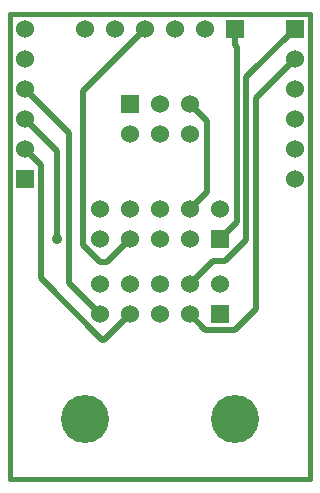
<source format=gbl>
G04 (created by PCBNEW-RS274X (2012-01-19 BZR 3256)-stable) date 07/10/2012 22:08:04*
G01*
G70*
G90*
%MOIN*%
G04 Gerber Fmt 3.4, Leading zero omitted, Abs format*
%FSLAX34Y34*%
G04 APERTURE LIST*
%ADD10C,0.006000*%
%ADD11C,0.015000*%
%ADD12C,0.160000*%
%ADD13R,0.060000X0.060000*%
%ADD14C,0.060000*%
%ADD15C,0.035000*%
%ADD16C,0.019800*%
G04 APERTURE END LIST*
G54D10*
G54D11*
X86000Y-40000D02*
X76000Y-40000D01*
X86000Y-55500D02*
X86000Y-40000D01*
X76000Y-55500D02*
X86000Y-55500D01*
X76000Y-40000D02*
X76000Y-55500D01*
G54D12*
X83500Y-53500D03*
X78500Y-53500D03*
G54D13*
X83000Y-47500D03*
G54D14*
X83000Y-46500D03*
X82000Y-47500D03*
X82000Y-46500D03*
X81000Y-47500D03*
X81000Y-46500D03*
X80000Y-47500D03*
X80000Y-46500D03*
X79000Y-47500D03*
X79000Y-46500D03*
G54D13*
X83000Y-50000D03*
G54D14*
X83000Y-49000D03*
X82000Y-50000D03*
X82000Y-49000D03*
X81000Y-50000D03*
X81000Y-49000D03*
X80000Y-50000D03*
X80000Y-49000D03*
X79000Y-50000D03*
X79000Y-49000D03*
G54D13*
X80000Y-43000D03*
G54D14*
X80000Y-44000D03*
X81000Y-43000D03*
X81000Y-44000D03*
X82000Y-43000D03*
X82000Y-44000D03*
G54D13*
X76500Y-45500D03*
G54D14*
X76500Y-44500D03*
X76500Y-43500D03*
X76500Y-42500D03*
X76500Y-41500D03*
X76500Y-40500D03*
G54D13*
X83500Y-40500D03*
G54D14*
X82500Y-40500D03*
X81500Y-40500D03*
X80500Y-40500D03*
X79500Y-40500D03*
X78500Y-40500D03*
G54D13*
X85500Y-40500D03*
G54D14*
X85500Y-41500D03*
X85500Y-42500D03*
X85500Y-43500D03*
X85500Y-44500D03*
X85500Y-45500D03*
G54D15*
X77569Y-47484D03*
G54D16*
X83567Y-46933D02*
X83000Y-47500D01*
X83567Y-41087D02*
X83567Y-46933D01*
X83500Y-41020D02*
X83567Y-41087D01*
X83500Y-40500D02*
X83500Y-41020D01*
X77979Y-43979D02*
X76500Y-42500D01*
X77979Y-48979D02*
X77979Y-43979D01*
X79000Y-50000D02*
X77979Y-48979D01*
X79083Y-50857D02*
X79143Y-50857D01*
X76500Y-44500D02*
X77025Y-45025D01*
X77025Y-45025D02*
X77025Y-48799D01*
X77025Y-48799D02*
X79083Y-50857D01*
X79143Y-50857D02*
X80000Y-50000D01*
X84206Y-42794D02*
X85500Y-41500D01*
X84206Y-49826D02*
X84206Y-42794D01*
X83511Y-50521D02*
X84206Y-49826D01*
X82521Y-50521D02*
X83511Y-50521D01*
X82000Y-50000D02*
X82521Y-50521D01*
X82000Y-49000D02*
X82757Y-48243D01*
X82757Y-48243D02*
X83168Y-48243D01*
X83168Y-48243D02*
X83887Y-47524D01*
X83887Y-47524D02*
X83887Y-42113D01*
X83887Y-42113D02*
X85500Y-40500D01*
X77569Y-44569D02*
X77569Y-47484D01*
X76500Y-43500D02*
X77569Y-44569D01*
X82565Y-45935D02*
X82565Y-43565D01*
X82000Y-46500D02*
X82565Y-45935D01*
X82565Y-43565D02*
X82000Y-43000D01*
X79250Y-48250D02*
X80000Y-47500D01*
X78988Y-48250D02*
X79250Y-48250D01*
X78431Y-47693D02*
X78988Y-48250D01*
X78431Y-42569D02*
X78431Y-47693D01*
X80500Y-40500D02*
X78431Y-42569D01*
M02*

</source>
